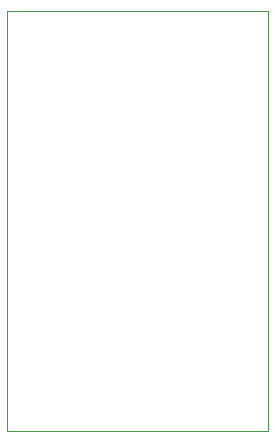
<source format=gbr>
G04 (created by PCBNEW (2013-07-07 BZR 4022)-stable) date 11/1/2014 8:09:35 PM*
%MOIN*%
G04 Gerber Fmt 3.4, Leading zero omitted, Abs format*
%FSLAX34Y34*%
G01*
G70*
G90*
G04 APERTURE LIST*
%ADD10C,0.00590551*%
%ADD11C,0.00393701*%
G04 APERTURE END LIST*
G54D10*
G54D11*
X151600Y-86600D02*
X151400Y-86600D01*
X151600Y-100300D02*
X151600Y-86600D01*
X142900Y-100400D02*
X142900Y-100600D01*
X151600Y-100600D02*
X151400Y-100600D01*
X151600Y-100300D02*
X151600Y-100600D01*
X151400Y-86600D02*
X151000Y-86600D01*
X143300Y-100600D02*
X142900Y-100600D01*
X151000Y-86600D02*
X142900Y-86600D01*
X143300Y-100600D02*
X151400Y-100600D01*
X142900Y-86600D02*
X142900Y-100400D01*
M02*

</source>
